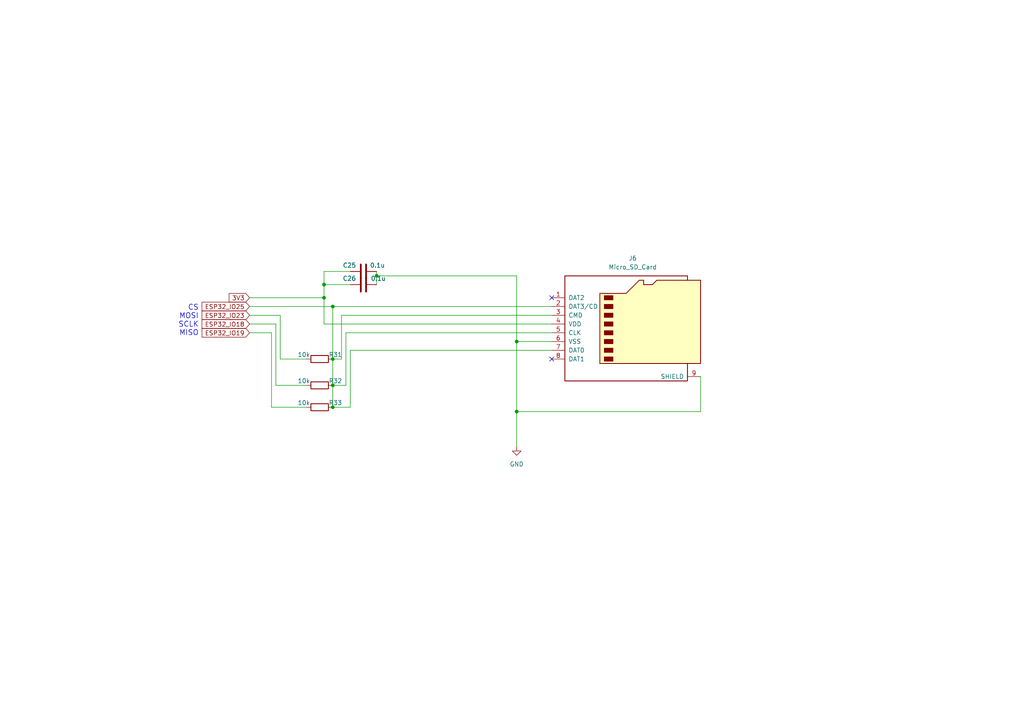
<source format=kicad_sch>
(kicad_sch (version 20250114) (generator "eeschema") (generator_version "9.0")
  (paper "A4")
  (lib_symbols
    (symbol "Connector:Micro_SD_Card" (pin_names (offset 1.016))
      (property "Reference" "J" (at -16.51 15.24 0))
      (property "Value" "Micro_SD_Card" (at 16.51 15.24 0))
      (symbol "Micro_SD_Card_0_1"
        (polyline (pts (xy -8.89 -11.43) (xy -8.89 8.89) (xy -1.27 8.89) (xy 2.54 12.7) (xy 3.81 12.7) (xy 3.81 11.43) (xy 6.35 11.43) (xy 7.62 12.7) (xy 20.32 12.7) (xy 20.32 -11.43) (xy -8.89 -11.43)) (stroke (width 0.254)) (fill (type background)))
        (rectangle (start -7.62 8.255) (end -5.08 6.985) (fill (type outline)))
        (rectangle (start -7.62 5.715) (end -5.08 4.445) (fill (type outline)))
        (rectangle (start -7.62 3.175) (end -5.08 1.905) (fill (type outline)))
        (rectangle (start -7.62 0.635) (end -5.08 -0.635) (fill (type outline)))
        (rectangle (start -7.62 -1.905) (end -5.08 -3.175) (fill (type outline)))
        (rectangle (start -7.62 -4.445) (end -5.08 -5.715) (fill (type outline)))
        (rectangle (start -7.62 -6.985) (end -5.08 -8.255) (fill (type outline)))
        (rectangle (start -7.62 -9.525) (end -5.08 -10.795) (fill (type outline)))
        (polyline (pts (xy 16.51 12.7) (xy 16.51 13.97) (xy -19.05 13.97) (xy -19.05 -16.51) (xy 16.51 -16.51) (xy 16.51 -11.43)) (stroke (width 0.254)))
      )
      (symbol "Micro_SD_Card_1_1"
        (pin bidirectional line (at -22.86 7.62 0) (length 3.81) (name "DAT2") (number "1"))
        (pin bidirectional line (at -22.86 5.08 0) (length 3.81) (name "DAT3/CD") (number "2"))
        (pin input line (at -22.86 2.54 0) (length 3.81) (name "CMD") (number "3"))
        (pin power_in line (at -22.86 0 0) (length 3.81) (name "VDD") (number "4"))
        (pin input line (at -22.86 -2.54 0) (length 3.81) (name "CLK") (number "5"))
        (pin power_in line (at -22.86 -5.08 0) (length 3.81) (name "VSS") (number "6"))
        (pin bidirectional line (at -22.86 -7.62 0) (length 3.81) (name "DAT0") (number "7"))
        (pin bidirectional line (at -22.86 -10.16 0) (length 3.81) (name "DAT1") (number "8"))
        (pin passive line (at 20.32 -15.24 180) (length 3.81) (name "SHIELD") (number "9"))
      )
    )
    (symbol "Device:C" (pin_numbers (hide yes)) (pin_names (offset 0.254))
      (property "Reference" "C" (at 0.635 2.54 0))
      (property "Value" "C" (at 0.635 -2.54 0))
      (symbol "C_0_1"
        (polyline (pts (xy -2.032 0.762) (xy 2.032 0.762)) (stroke (width 0.508)))
        (polyline (pts (xy -2.032 -0.762) (xy 2.032 -0.762)) (stroke (width 0.508)))
      )
      (symbol "C_1_1"
        (pin passive line (at 0 3.81 270) (length 2.794) (name "~") (number "1"))
        (pin passive line (at 0 -3.81 90) (length 2.794) (name "~") (number "2"))
      )
    )
    (symbol "Device:R" (pin_numbers (hide yes)) (pin_names (offset 0))
      (property "Reference" "R" (at 2.032 0 90))
      (property "Value" "R" (at 0 0 90))
      (symbol "R_0_1"
        (rectangle (start -1.016 -2.54) (end 1.016 2.54) (stroke (width 0.254)))
      )
      (symbol "R_1_1"
        (pin passive line (at 0 3.81 270) (length 1.27) (name "~") (number "1"))
        (pin passive line (at 0 -3.81 90) (length 1.27) (name "~") (number "2"))
      )
    )
    (symbol "power:GND" (power) (pin_numbers (hide yes)) (pin_names (offset 0) (hide yes))
      (property "Value" "GND" (at 0 -3.81 0))
      (symbol "GND_0_1"
        (polyline (pts (xy 0 0) (xy 0 -1.27) (xy 1.27 -1.27) (xy 0 -2.54) (xy -1.27 -1.27) (xy 0 -1.27)))
      )
      (symbol "GND_1_1"
        (pin power_in line (at 0 0 270) (length 0) (name "~") (number "1"))
      )
    )
  )
  (text "CS\nMOSI\nSCLK\nMISO" (at 57.658 92.964 0) (effects (font (size 1.524 1.524)) (justify right)))
  (junction (at 109.22 80.01))
  (junction (at 93.98 86.36))
  (junction (at 149.86 99.06))
  (junction (at 149.86 119.38))
  (junction (at 96.52 88.9))
  (junction (at 93.98 82.55))
  (junction (at 96.52 104.14))
  (junction (at 96.52 118.11))
  (junction (at 96.52 111.76))
  (no_connect (at 160.02 104.14))
  (no_connect (at 160.02 86.36))
  (wire (pts (xy 72.39 96.52) (xy 78.74 96.52)))
  (wire (pts (xy 149.86 99.06) (xy 149.86 119.38)))
  (wire (pts (xy 99.06 91.44) (xy 99.06 104.14)))
  (wire (pts (xy 203.2 109.22) (xy 203.2 119.38)))
  (wire (pts (xy 80.01 93.98) (xy 80.01 111.76)))
  (wire (pts (xy 109.22 80.01) (xy 149.86 80.01)))
  (wire (pts (xy 78.74 118.11) (xy 88.9 118.11)))
  (wire (pts (xy 93.98 93.98) (xy 160.02 93.98)))
  (wire (pts (xy 93.98 78.74) (xy 93.98 82.55)))
  (wire (pts (xy 101.6 101.6) (xy 101.6 118.11)))
  (wire (pts (xy 96.52 88.9) (xy 160.02 88.9)))
  (wire (pts (xy 101.6 82.55) (xy 93.98 82.55)))
  (wire (pts (xy 93.98 78.74) (xy 101.6 78.74)))
  (wire (pts (xy 93.98 93.98) (xy 93.98 86.36)))
  (wire (pts (xy 80.01 111.76) (xy 88.9 111.76)))
  (wire (pts (xy 160.02 101.6) (xy 101.6 101.6)))
  (wire (pts (xy 109.22 78.74) (xy 109.22 80.01)))
  (wire (pts (xy 160.02 91.44) (xy 99.06 91.44)))
  (wire (pts (xy 203.2 119.38) (xy 149.86 119.38)))
  (wire (pts (xy 160.02 96.52) (xy 100.33 96.52)))
  (wire (pts (xy 72.39 93.98) (xy 80.01 93.98)))
  (wire (pts (xy 109.22 80.01) (xy 109.22 82.55)))
  (wire (pts (xy 81.28 104.14) (xy 88.9 104.14)))
  (wire (pts (xy 93.98 82.55) (xy 93.98 86.36)))
  (wire (pts (xy 96.52 104.14) (xy 96.52 111.76)))
  (wire (pts (xy 78.74 96.52) (xy 78.74 118.11)))
  (wire (pts (xy 96.52 88.9) (xy 96.52 104.14)))
  (wire (pts (xy 96.52 111.76) (xy 96.52 118.11)))
  (wire (pts (xy 81.28 91.44) (xy 81.28 104.14)))
  (wire (pts (xy 72.39 91.44) (xy 81.28 91.44)))
  (wire (pts (xy 99.06 104.14) (xy 96.52 104.14)))
  (wire (pts (xy 101.6 118.11) (xy 96.52 118.11)))
  (wire (pts (xy 72.39 88.9) (xy 96.52 88.9)))
  (wire (pts (xy 149.86 119.38) (xy 149.86 129.54)))
  (wire (pts (xy 149.86 80.01) (xy 149.86 99.06)))
  (wire (pts (xy 160.02 99.06) (xy 149.86 99.06)))
  (wire (pts (xy 100.33 96.52) (xy 100.33 111.76)))
  (wire (pts (xy 100.33 111.76) (xy 96.52 111.76)))
  (wire (pts (xy 72.39 86.36) (xy 93.98 86.36)))
  (global_label "ESP32_IO18" (shape input) (at 72.39 93.98 180) (property "Intersheetrefs" "${INTERSHEET_REFS}" (effects (hide yes))))
  (global_label "ESP32_IO23" (shape input) (at 72.39 91.44 180) (property "Intersheetrefs" "${INTERSHEET_REFS}" (effects (hide yes))))
  (global_label "ESP32_IO19" (shape input) (at 72.39 96.52 180) (property "Intersheetrefs" "${INTERSHEET_REFS}" (effects (hide yes))))
  (global_label "ESP32_IO25" (shape input) (at 72.39 88.9 180) (property "Intersheetrefs" "${INTERSHEET_REFS}" (effects (hide yes))))
  (global_label "3V3" (shape input) (at 72.39 86.36 180) (property "Intersheetrefs" "${INTERSHEET_REFS}" (effects (hide yes))))
  (symbol (lib_id "Device:C") (at 105.41 82.55 90) (unit 1)
    (property "Reference" "C26" (at 101.346 80.772 90))
    (property "Value" "0.1u" (at 109.728 80.772 90))
    (property "Footprint" "Capacitor_SMD:C_0805_2012Metric_Pad1.18x1.45mm_HandSolder" (effects (hide yes)))
    (property "Description" "Unpolarized capacitor" (effects (hide yes)))
  )
  (symbol (lib_id "Device:R") (at 92.71 111.76 90) (unit 1)
    (property "Reference" "R32" (at 97.282 110.49 90))
    (property "Value" "10k" (at 88.138 110.49 90))
    (property "Footprint" "Resistor_SMD:R_0805_2012Metric_Pad1.20x1.40mm_HandSolder" (effects (hide yes)))
    (property "Description" "Resistor" (effects (hide yes)))
  )
  (symbol (lib_id "Device:R") (at 92.71 104.14 90) (unit 1)
    (property "Reference" "R31" (at 97.282 102.87 90))
    (property "Value" "10k" (at 88.138 102.87 90))
    (property "Footprint" "Resistor_SMD:R_0805_2012Metric_Pad1.20x1.40mm_HandSolder" (effects (hide yes)))
    (property "Description" "Resistor" (effects (hide yes)))
  )
  (symbol (lib_id "Connector:Micro_SD_Card") (at 182.88 93.98 0) (unit 1)
    (property "Reference" "J6" (at 183.515 74.93 0))
    (property "Value" "Micro_SD_Card" (at 183.515 77.47 0))
    (property "Footprint" "Connector_Card:microSD_HC_Wuerth_693072010801" (effects (hide yes)))
    (property "Datasheet" "https://www.we-online.com/components/products/datasheet/693072010801.pdf" (effects (hide yes)))
    (property "Description" "Micro SD Card Socket" (effects (hide yes)))
  )
  (symbol (lib_id "Device:C") (at 105.41 78.74 90) (unit 1)
    (property "Reference" "C25" (at 101.346 76.962 90))
    (property "Value" "0.1u" (at 109.474 76.962 90))
    (property "Footprint" "Capacitor_SMD:C_0805_2012Metric_Pad1.18x1.45mm_HandSolder" (effects (hide yes)))
    (property "Description" "Unpolarized capacitor" (effects (hide yes)))
  )
  (symbol (lib_id "power:GND") (at 149.86 129.54 0) (unit 1)
    (property "Reference" "#PWR04" (effects (hide yes)))
    (property "Value" "GND" (at 149.86 134.62 0))
    (property "Description" "Power symbol creates a global label with name \"GND\" , ground" (effects (hide yes)))
  )
  (symbol (lib_id "Device:R") (at 92.71 118.11 90) (unit 1)
    (property "Reference" "R33" (at 97.282 116.84 90))
    (property "Value" "10k" (at 88.138 116.84 90))
    (property "Footprint" "Resistor_SMD:R_0805_2012Metric_Pad1.20x1.40mm_HandSolder" (effects (hide yes)))
    (property "Description" "Resistor" (effects (hide yes)))
  )
)
</source>
